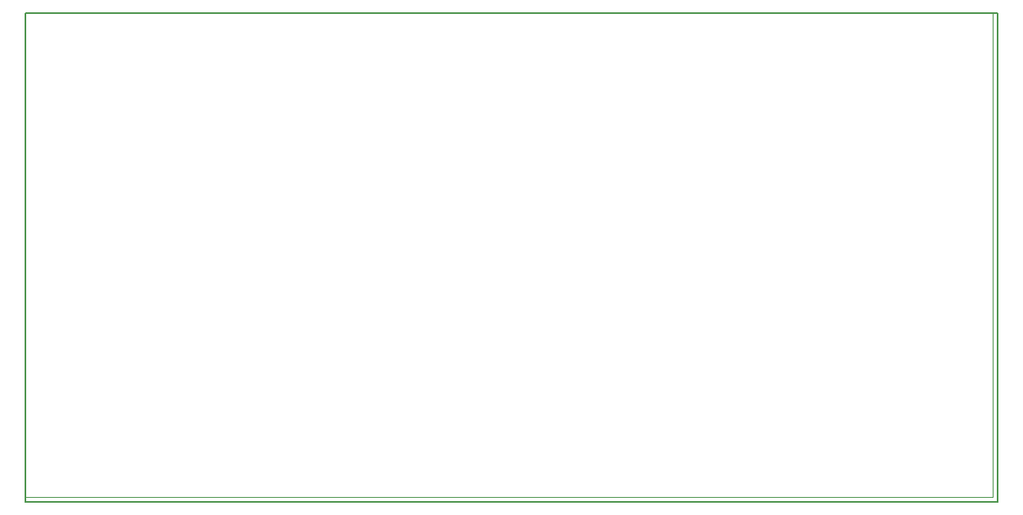
<source format=gbr>
%FSLAX32Y32*%
%MOMM*%
%LNKONTUR*%
G71*
G01*
%ADD10C, 0.20*%
%ADD11C, 0.10*%
%LPD*%
G54D10*
X0Y0D02*
X10050Y0D01*
X10050Y5050D01*
X0Y5050D01*
X0Y0D01*
G54D11*
X0Y954D02*
X0Y49D01*
X10001Y49D01*
X10001Y5042D01*
X10001Y5050D01*
X6596Y5050D01*
G54D11*
X0Y954D02*
X0Y5050D01*
X9993Y5050D01*
M02*

</source>
